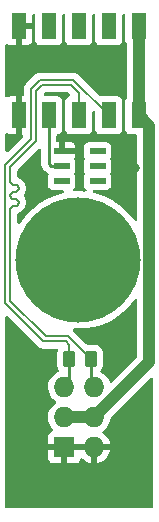
<source format=gtl>
G04 #@! TF.GenerationSoftware,KiCad,Pcbnew,(6.0.5)*
G04 #@! TF.CreationDate,2022-06-02T14:12:23-07:00*
G04 #@! TF.ProjectId,feederFloor,66656564-6572-4466-9c6f-6f722e6b6963,rev?*
G04 #@! TF.SameCoordinates,Original*
G04 #@! TF.FileFunction,Copper,L1,Top*
G04 #@! TF.FilePolarity,Positive*
%FSLAX46Y46*%
G04 Gerber Fmt 4.6, Leading zero omitted, Abs format (unit mm)*
G04 Created by KiCad (PCBNEW (6.0.5)) date 2022-06-02 14:12:23*
%MOMM*%
%LPD*%
G01*
G04 APERTURE LIST*
G04 Aperture macros list*
%AMRoundRect*
0 Rectangle with rounded corners*
0 $1 Rounding radius*
0 $2 $3 $4 $5 $6 $7 $8 $9 X,Y pos of 4 corners*
0 Add a 4 corners polygon primitive as box body*
4,1,4,$2,$3,$4,$5,$6,$7,$8,$9,$2,$3,0*
0 Add four circle primitives for the rounded corners*
1,1,$1+$1,$2,$3*
1,1,$1+$1,$4,$5*
1,1,$1+$1,$6,$7*
1,1,$1+$1,$8,$9*
0 Add four rect primitives between the rounded corners*
20,1,$1+$1,$2,$3,$4,$5,0*
20,1,$1+$1,$4,$5,$6,$7,0*
20,1,$1+$1,$6,$7,$8,$9,0*
20,1,$1+$1,$8,$9,$2,$3,0*%
G04 Aperture macros list end*
G04 #@! TA.AperFunction,SMDPad,CuDef*
%ADD10R,1.270000X2.250000*%
G04 #@! TD*
G04 #@! TA.AperFunction,SMDPad,CuDef*
%ADD11RoundRect,0.250000X0.262500X0.450000X-0.262500X0.450000X-0.262500X-0.450000X0.262500X-0.450000X0*%
G04 #@! TD*
G04 #@! TA.AperFunction,SMDPad,CuDef*
%ADD12R,1.330000X0.530000*%
G04 #@! TD*
G04 #@! TA.AperFunction,ComponentPad*
%ADD13C,5.700000*%
G04 #@! TD*
G04 #@! TA.AperFunction,ConnectorPad*
%ADD14C,10.600000*%
G04 #@! TD*
G04 #@! TA.AperFunction,ComponentPad*
%ADD15R,1.727200X1.727200*%
G04 #@! TD*
G04 #@! TA.AperFunction,ComponentPad*
%ADD16O,1.727200X1.727200*%
G04 #@! TD*
G04 #@! TA.AperFunction,ViaPad*
%ADD17C,0.800000*%
G04 #@! TD*
G04 #@! TA.AperFunction,Conductor*
%ADD18C,0.250000*%
G04 #@! TD*
G04 #@! TA.AperFunction,Conductor*
%ADD19C,1.000000*%
G04 #@! TD*
G04 #@! TA.AperFunction,Conductor*
%ADD20C,0.200000*%
G04 #@! TD*
G04 APERTURE END LIST*
D10*
X186650000Y-29100000D03*
X189190000Y-29100000D03*
X191730000Y-29100000D03*
X194270000Y-29100000D03*
X196810000Y-29100000D03*
X196810000Y-21550000D03*
X194270000Y-21550000D03*
X191730000Y-21550000D03*
X189190000Y-21543500D03*
X186650000Y-21543500D03*
D11*
X192742500Y-49740000D03*
X190917500Y-49740000D03*
D12*
X190265000Y-32130000D03*
X190265000Y-33400000D03*
X190265000Y-34670000D03*
X193315000Y-34670000D03*
X193315000Y-33400000D03*
X193315000Y-32130000D03*
D13*
X191700000Y-41350000D03*
D14*
X191700000Y-41350000D03*
D15*
X190500000Y-57200000D03*
D16*
X193040000Y-57200000D03*
X190500000Y-54660000D03*
X193040000Y-54660000D03*
X190500000Y-52120000D03*
X193040000Y-52120000D03*
D17*
X195020000Y-49560000D03*
X187230000Y-33560000D03*
X186580000Y-24180000D03*
X196510000Y-33560000D03*
D18*
X189190000Y-33240000D02*
X189190000Y-29100000D01*
X189350000Y-33400000D02*
X189190000Y-33240000D01*
X190265000Y-33400000D02*
X189350000Y-33400000D01*
D19*
X190500000Y-54660000D02*
X193040000Y-54660000D01*
X197700001Y-29990001D02*
X196810000Y-29100000D01*
X196810000Y-29100000D02*
X196810000Y-21550000D01*
X193040000Y-54660000D02*
X197700001Y-49999999D01*
X197700001Y-49999999D02*
X197700001Y-29990001D01*
D18*
X190917500Y-51702500D02*
X190500000Y-52120000D01*
D20*
X190621103Y-48255000D02*
X190917500Y-48551397D01*
X191275000Y-26105000D02*
X188426800Y-26105000D01*
X185475000Y-45003200D02*
X188726800Y-48255000D01*
X188426800Y-26105000D02*
X187685000Y-26846800D01*
X190917500Y-48551397D02*
X190917500Y-49740000D01*
X188726800Y-48255000D02*
X190621103Y-48255000D01*
D18*
X190917500Y-49740000D02*
X190917500Y-51702500D01*
D20*
X194270000Y-29100000D02*
X191275000Y-26105000D01*
X185475000Y-33296800D02*
X185475000Y-45003200D01*
X187685000Y-31086800D02*
X185475000Y-33296800D01*
X187685000Y-26846800D02*
X187685000Y-31086800D01*
X186461507Y-35014709D02*
X186398098Y-34992521D01*
X186398098Y-35577478D02*
X186461507Y-35555290D01*
X186158243Y-35592521D02*
X186225000Y-35585000D01*
D18*
X192742500Y-49740000D02*
X192742500Y-51822500D01*
D20*
X186565891Y-35472046D02*
X186601632Y-35415165D01*
X186631342Y-35285000D02*
X186623820Y-35218243D01*
X186158243Y-34977478D02*
X186094834Y-34955290D01*
X186565891Y-36672046D02*
X186601632Y-36615165D01*
X185932521Y-35818243D02*
X185954709Y-35754834D01*
X186331342Y-36185000D02*
X186225000Y-36185000D01*
X186565891Y-36297953D02*
X186518388Y-36250450D01*
X191088603Y-26555000D02*
X191730000Y-27196397D01*
X185925000Y-35885000D02*
X185932521Y-35818243D01*
X185925000Y-44816800D02*
X185925000Y-37085000D01*
X186225000Y-35585000D02*
X186331342Y-35585000D01*
X186461507Y-36755290D02*
X186518388Y-36719549D01*
X185990450Y-35697953D02*
X186037953Y-35650450D01*
X185932521Y-35951756D02*
X185925000Y-35885000D01*
X186601632Y-36615165D02*
X186623820Y-36551756D01*
X185932521Y-37018243D02*
X185954709Y-36954834D01*
X186037953Y-36119549D02*
X185990450Y-36072046D01*
X186037953Y-36850450D02*
X186094834Y-36814709D01*
X186225000Y-34985000D02*
X186158243Y-34977478D01*
X186331342Y-35585000D02*
X186398098Y-35577478D01*
X186631342Y-36485000D02*
X186623820Y-36418243D01*
X186623820Y-35351756D02*
X186631342Y-35285000D01*
X185954709Y-36015165D02*
X185932521Y-35951756D01*
X185925000Y-34685000D02*
X185925000Y-33483200D01*
X186094834Y-35614709D02*
X186158243Y-35592521D01*
X191730000Y-27196397D02*
X191730000Y-29100000D01*
X190807500Y-47805000D02*
X188913200Y-47805000D01*
X185954709Y-34815165D02*
X185932521Y-34751756D01*
X186094834Y-34955290D02*
X186037953Y-34919549D01*
X186623820Y-36418243D02*
X186601632Y-36354834D01*
D18*
X192742500Y-51822500D02*
X193040000Y-52120000D01*
D20*
X186037953Y-34919549D02*
X185990450Y-34872046D01*
X185990450Y-36897953D02*
X186037953Y-36850450D01*
X186461507Y-36214709D02*
X186398098Y-36192521D01*
X186601632Y-36354834D02*
X186565891Y-36297953D01*
X186037953Y-35650450D02*
X186094834Y-35614709D01*
X186158243Y-36792521D02*
X186225000Y-36785000D01*
X188613200Y-26555000D02*
X191088603Y-26555000D01*
X186398098Y-34992521D02*
X186331342Y-34985000D01*
X186623820Y-35218243D02*
X186601632Y-35154834D01*
X188135000Y-31273200D02*
X188135000Y-27033200D01*
X186398098Y-36192521D02*
X186331342Y-36185000D01*
X186158243Y-36177478D02*
X186094834Y-36155290D01*
X185990450Y-36072046D02*
X185954709Y-36015165D01*
X186398098Y-36777478D02*
X186461507Y-36755290D01*
X186461507Y-35555290D02*
X186518388Y-35519549D01*
X185925000Y-33483200D02*
X188135000Y-31273200D01*
X185954709Y-36954834D02*
X185990450Y-36897953D01*
X186601632Y-35154834D02*
X186565891Y-35097953D01*
X186565891Y-35097953D02*
X186518388Y-35050450D01*
X185954709Y-35754834D02*
X185990450Y-35697953D01*
X188135000Y-27033200D02*
X188613200Y-26555000D01*
X185932521Y-34751756D02*
X185925000Y-34685000D01*
X186518388Y-36719549D02*
X186565891Y-36672046D01*
X186518388Y-36250450D02*
X186461507Y-36214709D01*
X186601632Y-35415165D02*
X186623820Y-35351756D01*
X186225000Y-36785000D02*
X186331342Y-36785000D01*
X186518388Y-35519549D02*
X186565891Y-35472046D01*
X192742500Y-49740000D02*
X190807500Y-47805000D01*
X186094834Y-36814709D02*
X186158243Y-36792521D01*
X186225000Y-36185000D02*
X186158243Y-36177478D01*
X188913200Y-47805000D02*
X185925000Y-44816800D01*
X185990450Y-34872046D02*
X185954709Y-34815165D01*
X186331342Y-36785000D02*
X186398098Y-36777478D01*
X185925000Y-37085000D02*
X185932521Y-37018243D01*
X186623820Y-36551756D02*
X186631342Y-36485000D01*
X186518388Y-35050450D02*
X186461507Y-35014709D01*
X186331342Y-34985000D02*
X186225000Y-34985000D01*
X186094834Y-36155290D02*
X186037953Y-36119549D01*
G04 #@! TA.AperFunction,Conductor*
G36*
X185717012Y-46106215D02*
G01*
X185723595Y-46112344D01*
X188262485Y-48651234D01*
X188273352Y-48663625D01*
X188292813Y-48688987D01*
X188299363Y-48694013D01*
X188324721Y-48713471D01*
X188324737Y-48713485D01*
X188374105Y-48751366D01*
X188419924Y-48786524D01*
X188567949Y-48847838D01*
X188726800Y-48868751D01*
X188758499Y-48864578D01*
X188774944Y-48863500D01*
X189822759Y-48863500D01*
X189890880Y-48883502D01*
X189937373Y-48937158D01*
X189947477Y-49007432D01*
X189942352Y-49029167D01*
X189907203Y-49135139D01*
X189896500Y-49239600D01*
X189896500Y-50240400D01*
X189907474Y-50346166D01*
X189963450Y-50513946D01*
X190004991Y-50581075D01*
X190052997Y-50658652D01*
X190071835Y-50727104D01*
X190050674Y-50794874D01*
X189996233Y-50840445D01*
X189984999Y-50844720D01*
X189971381Y-50849171D01*
X189971379Y-50849172D01*
X189966468Y-50850777D01*
X189766335Y-50954960D01*
X189762202Y-50958063D01*
X189762199Y-50958065D01*
X189737734Y-50976434D01*
X189585905Y-51090430D01*
X189430024Y-51253550D01*
X189302878Y-51439940D01*
X189300704Y-51444624D01*
X189300702Y-51444627D01*
X189229402Y-51598231D01*
X189207881Y-51644593D01*
X189147585Y-51862013D01*
X189123609Y-52086362D01*
X189136597Y-52311614D01*
X189137734Y-52316660D01*
X189137735Y-52316666D01*
X189169095Y-52455821D01*
X189186200Y-52531720D01*
X189271086Y-52740769D01*
X189388975Y-52933147D01*
X189536702Y-53103687D01*
X189710299Y-53247810D01*
X189714751Y-53250412D01*
X189714756Y-53250415D01*
X189764069Y-53279231D01*
X189812792Y-53330870D01*
X189825863Y-53400653D01*
X189799131Y-53466425D01*
X189768595Y-53493783D01*
X189766335Y-53494960D01*
X189676884Y-53562121D01*
X189591459Y-53626260D01*
X189585905Y-53630430D01*
X189430024Y-53793550D01*
X189302878Y-53979940D01*
X189207881Y-54184593D01*
X189147585Y-54402013D01*
X189123609Y-54626362D01*
X189123906Y-54631514D01*
X189123906Y-54631518D01*
X189130797Y-54751028D01*
X189136597Y-54851614D01*
X189137734Y-54856660D01*
X189137735Y-54856666D01*
X189158984Y-54950952D01*
X189186200Y-55071720D01*
X189188142Y-55076502D01*
X189188143Y-55076506D01*
X189224822Y-55166835D01*
X189271086Y-55280769D01*
X189388975Y-55473147D01*
X189534413Y-55641045D01*
X189534414Y-55641046D01*
X189536702Y-55643687D01*
X189536157Y-55644159D01*
X189568850Y-55702576D01*
X189564525Y-55773440D01*
X189522573Y-55830717D01*
X189490246Y-55848624D01*
X189398346Y-55883076D01*
X189382751Y-55891614D01*
X189280676Y-55968115D01*
X189268115Y-55980676D01*
X189191614Y-56082751D01*
X189183076Y-56098346D01*
X189137922Y-56218794D01*
X189134295Y-56234049D01*
X189128769Y-56284914D01*
X189128400Y-56291728D01*
X189128400Y-56927885D01*
X189132875Y-56943124D01*
X189134265Y-56944329D01*
X189141948Y-56946000D01*
X194372367Y-56946000D01*
X194385898Y-56942027D01*
X194387203Y-56932947D01*
X194344133Y-56761477D01*
X194340813Y-56751726D01*
X194254999Y-56554365D01*
X194250133Y-56545290D01*
X194133239Y-56364601D01*
X194126947Y-56356430D01*
X193982113Y-56197260D01*
X193974580Y-56190234D01*
X193805691Y-56056855D01*
X193797104Y-56051150D01*
X193778082Y-56040649D01*
X193728111Y-55990216D01*
X193713340Y-55920773D01*
X193738457Y-55854368D01*
X193765801Y-55827768D01*
X193928667Y-55711596D01*
X194088487Y-55552333D01*
X194220150Y-55369105D01*
X194320118Y-55166835D01*
X194385708Y-54950952D01*
X194412029Y-54751027D01*
X194440750Y-54686101D01*
X194447855Y-54678379D01*
X197776405Y-51349829D01*
X197838717Y-51315803D01*
X197909532Y-51320868D01*
X197966368Y-51363415D01*
X197991179Y-51429935D01*
X197991500Y-51438924D01*
X197991500Y-62265500D01*
X197971498Y-62333621D01*
X197917842Y-62380114D01*
X197865500Y-62391500D01*
X185634500Y-62391500D01*
X185566379Y-62371498D01*
X185519886Y-62317842D01*
X185508500Y-62265500D01*
X185508500Y-58108269D01*
X189128401Y-58108269D01*
X189128771Y-58115090D01*
X189134295Y-58165952D01*
X189137921Y-58181204D01*
X189183076Y-58301654D01*
X189191614Y-58317249D01*
X189268115Y-58419324D01*
X189280676Y-58431885D01*
X189382751Y-58508386D01*
X189398346Y-58516924D01*
X189518794Y-58562078D01*
X189534049Y-58565705D01*
X189584914Y-58571231D01*
X189591728Y-58571600D01*
X190227885Y-58571600D01*
X190243124Y-58567125D01*
X190244329Y-58565735D01*
X190246000Y-58558052D01*
X190246000Y-58553484D01*
X190754000Y-58553484D01*
X190758475Y-58568723D01*
X190759865Y-58569928D01*
X190767548Y-58571599D01*
X191408269Y-58571599D01*
X191415090Y-58571229D01*
X191465952Y-58565705D01*
X191481204Y-58562079D01*
X191601654Y-58516924D01*
X191617249Y-58508386D01*
X191719324Y-58431885D01*
X191731885Y-58419324D01*
X191808386Y-58317249D01*
X191816924Y-58301654D01*
X191852041Y-58207981D01*
X191894683Y-58151217D01*
X191961245Y-58126517D01*
X192030593Y-58141725D01*
X192065263Y-58169716D01*
X192073674Y-58179427D01*
X192081032Y-58186633D01*
X192246606Y-58324095D01*
X192255053Y-58330010D01*
X192440859Y-58438586D01*
X192450146Y-58443036D01*
X192651198Y-58519810D01*
X192661091Y-58522684D01*
X192768248Y-58544485D01*
X192782300Y-58543290D01*
X192786000Y-58532945D01*
X192786000Y-58532229D01*
X193294000Y-58532229D01*
X193298064Y-58546071D01*
X193311479Y-58548105D01*
X193321025Y-58546882D01*
X193331095Y-58544742D01*
X193537225Y-58482900D01*
X193546832Y-58479134D01*
X193740076Y-58384464D01*
X193748934Y-58379185D01*
X193924141Y-58254211D01*
X193932003Y-58247567D01*
X194084445Y-58095656D01*
X194091122Y-58087811D01*
X194216702Y-57913047D01*
X194222013Y-57904208D01*
X194317358Y-57711292D01*
X194321156Y-57701699D01*
X194383716Y-57495791D01*
X194385893Y-57485721D01*
X194387705Y-57471960D01*
X194385493Y-57457778D01*
X194372336Y-57454000D01*
X193312115Y-57454000D01*
X193296876Y-57458475D01*
X193295671Y-57459865D01*
X193294000Y-57467548D01*
X193294000Y-58532229D01*
X192786000Y-58532229D01*
X192786000Y-57472115D01*
X192781525Y-57456876D01*
X192780135Y-57455671D01*
X192772452Y-57454000D01*
X190772115Y-57454000D01*
X190756876Y-57458475D01*
X190755671Y-57459865D01*
X190754000Y-57467548D01*
X190754000Y-58553484D01*
X190246000Y-58553484D01*
X190246000Y-57472115D01*
X190241525Y-57456876D01*
X190240135Y-57455671D01*
X190232452Y-57454000D01*
X189146516Y-57454000D01*
X189131277Y-57458475D01*
X189130072Y-57459865D01*
X189128401Y-57467548D01*
X189128401Y-58108269D01*
X185508500Y-58108269D01*
X185508500Y-46201439D01*
X185528502Y-46133318D01*
X185582158Y-46086825D01*
X185652432Y-46076721D01*
X185717012Y-46106215D01*
G37*
G04 #@! TD.AperFunction*
G04 #@! TA.AperFunction,Conductor*
G36*
X196649043Y-44657735D02*
G01*
X196686776Y-44717874D01*
X196691501Y-44752057D01*
X196691501Y-49530075D01*
X196671499Y-49598196D01*
X196654596Y-49619170D01*
X194550690Y-51723076D01*
X194488378Y-51757102D01*
X194417563Y-51752037D01*
X194360727Y-51709490D01*
X194343465Y-51676766D01*
X194343349Y-51676304D01*
X194253380Y-51469391D01*
X194205282Y-51395043D01*
X194133634Y-51284291D01*
X194133632Y-51284288D01*
X194130826Y-51279951D01*
X193978977Y-51113071D01*
X193974926Y-51109872D01*
X193974922Y-51109868D01*
X193805966Y-50976434D01*
X193805962Y-50976432D01*
X193801911Y-50973232D01*
X193621560Y-50873673D01*
X193571590Y-50823241D01*
X193556818Y-50753798D01*
X193581934Y-50687393D01*
X193593278Y-50674350D01*
X193599132Y-50668485D01*
X193604305Y-50663303D01*
X193697115Y-50512738D01*
X193752797Y-50344861D01*
X193763500Y-50240400D01*
X193763500Y-49239600D01*
X193752526Y-49133834D01*
X193696550Y-48966054D01*
X193603478Y-48815652D01*
X193478303Y-48690695D01*
X193327738Y-48597885D01*
X193247995Y-48571436D01*
X193166389Y-48544368D01*
X193166387Y-48544368D01*
X193159861Y-48542203D01*
X193153025Y-48541503D01*
X193153022Y-48541502D01*
X193109969Y-48537091D01*
X193055400Y-48531500D01*
X192446739Y-48531500D01*
X192378618Y-48511498D01*
X192357644Y-48494595D01*
X191271815Y-47408766D01*
X191260948Y-47396375D01*
X191246513Y-47377563D01*
X191241487Y-47371013D01*
X191234937Y-47365987D01*
X191231001Y-47362051D01*
X191196975Y-47299739D01*
X191202040Y-47228924D01*
X191244587Y-47172088D01*
X191311107Y-47147277D01*
X191329872Y-47147336D01*
X191484399Y-47159362D01*
X191484407Y-47159362D01*
X191486973Y-47159562D01*
X191489544Y-47159551D01*
X191489550Y-47159551D01*
X191723293Y-47158530D01*
X191963716Y-47157481D01*
X192438686Y-47116345D01*
X192441236Y-47115911D01*
X192441247Y-47115910D01*
X192906148Y-47036860D01*
X192906151Y-47036859D01*
X192908688Y-47036428D01*
X193317619Y-46931813D01*
X193368056Y-46918910D01*
X193368060Y-46918909D01*
X193370561Y-46918269D01*
X193821199Y-46762661D01*
X193823556Y-46761624D01*
X193823566Y-46761620D01*
X194068580Y-46653811D01*
X194257571Y-46570653D01*
X194259844Y-46569422D01*
X194259849Y-46569419D01*
X194674458Y-46344773D01*
X194674465Y-46344769D01*
X194676744Y-46343534D01*
X194751482Y-46294720D01*
X195073722Y-46084254D01*
X195073729Y-46084249D01*
X195075897Y-46082833D01*
X195083762Y-46076721D01*
X195450299Y-45791893D01*
X195450304Y-45791889D01*
X195452346Y-45790302D01*
X195764720Y-45503563D01*
X195801653Y-45469661D01*
X195801659Y-45469655D01*
X195803560Y-45467910D01*
X195805309Y-45466018D01*
X195805315Y-45466012D01*
X196125427Y-45119716D01*
X196127177Y-45117823D01*
X196421020Y-44742397D01*
X196460250Y-44682788D01*
X196514407Y-44636881D01*
X196584787Y-44627542D01*
X196649043Y-44657735D01*
G37*
G04 #@! TD.AperFunction*
G04 #@! TA.AperFunction,Conductor*
G36*
X188474532Y-31898383D02*
G01*
X188531368Y-31940930D01*
X188556179Y-32007450D01*
X188556500Y-32016439D01*
X188556500Y-33161233D01*
X188555973Y-33172416D01*
X188554298Y-33179909D01*
X188554547Y-33187835D01*
X188554547Y-33187836D01*
X188556438Y-33247986D01*
X188556500Y-33251945D01*
X188556500Y-33279856D01*
X188556997Y-33283790D01*
X188556997Y-33283791D01*
X188557005Y-33283856D01*
X188557938Y-33295693D01*
X188559327Y-33339889D01*
X188564978Y-33359339D01*
X188568987Y-33378700D01*
X188571526Y-33398797D01*
X188574445Y-33406168D01*
X188574445Y-33406170D01*
X188587804Y-33439912D01*
X188591649Y-33451142D01*
X188603982Y-33493593D01*
X188608015Y-33500412D01*
X188608017Y-33500417D01*
X188614293Y-33511028D01*
X188622988Y-33528776D01*
X188630448Y-33547617D01*
X188635110Y-33554033D01*
X188635110Y-33554034D01*
X188656436Y-33583387D01*
X188662952Y-33593307D01*
X188685458Y-33631362D01*
X188699779Y-33645683D01*
X188712619Y-33660716D01*
X188724528Y-33677107D01*
X188730634Y-33682158D01*
X188758605Y-33705298D01*
X188767384Y-33713288D01*
X188846343Y-33792247D01*
X188853887Y-33800537D01*
X188858000Y-33807018D01*
X188863777Y-33812443D01*
X188907667Y-33853658D01*
X188910509Y-33856413D01*
X188930230Y-33876134D01*
X188933425Y-33878612D01*
X188942447Y-33886318D01*
X188974679Y-33916586D01*
X188981628Y-33920406D01*
X188992432Y-33926346D01*
X189008956Y-33937199D01*
X189024959Y-33949613D01*
X189065543Y-33967176D01*
X189076181Y-33972387D01*
X189080346Y-33974677D01*
X189101576Y-33986348D01*
X189151635Y-34036693D01*
X189166529Y-34106110D01*
X189152206Y-34154531D01*
X189149385Y-34158295D01*
X189098255Y-34294684D01*
X189091500Y-34356866D01*
X189091500Y-34983134D01*
X189098255Y-35045316D01*
X189149385Y-35181705D01*
X189236739Y-35298261D01*
X189353295Y-35385615D01*
X189489684Y-35436745D01*
X189551866Y-35443500D01*
X190336973Y-35443500D01*
X190405094Y-35463502D01*
X190451587Y-35517158D01*
X190461691Y-35587432D01*
X190432197Y-35652012D01*
X190372471Y-35690396D01*
X190361126Y-35693164D01*
X190352741Y-35694801D01*
X190350263Y-35695500D01*
X190350254Y-35695502D01*
X189909193Y-35819894D01*
X189893893Y-35824209D01*
X189891466Y-35825114D01*
X189449606Y-35989879D01*
X189449596Y-35989883D01*
X189447191Y-35990780D01*
X189229706Y-36092889D01*
X189017965Y-36192301D01*
X189017957Y-36192305D01*
X189015640Y-36193393D01*
X188855836Y-36285099D01*
X188604370Y-36429406D01*
X188604362Y-36429411D01*
X188602142Y-36430685D01*
X188294651Y-36642412D01*
X188226298Y-36689478D01*
X188209477Y-36701060D01*
X188207478Y-36702693D01*
X188207473Y-36702697D01*
X187891445Y-36960904D01*
X187840288Y-37002701D01*
X187497055Y-37333579D01*
X187182088Y-37691467D01*
X187081106Y-37827193D01*
X186899059Y-38071872D01*
X186899053Y-38071880D01*
X186897506Y-38073960D01*
X186784836Y-38254621D01*
X186766412Y-38284163D01*
X186713392Y-38331379D01*
X186643262Y-38342435D01*
X186578287Y-38313821D01*
X186539097Y-38254621D01*
X186533500Y-38217486D01*
X186533500Y-37468412D01*
X186553502Y-37400291D01*
X186613468Y-37351121D01*
X186614309Y-37350791D01*
X186622329Y-37348802D01*
X186629128Y-37345044D01*
X186634760Y-37343074D01*
X186642416Y-37341773D01*
X186649921Y-37338330D01*
X186649928Y-37338328D01*
X186684008Y-37322694D01*
X186694929Y-37318289D01*
X186700130Y-37316469D01*
X186723463Y-37304690D01*
X186727700Y-37302650D01*
X186747723Y-37293464D01*
X186751479Y-37291741D01*
X186756161Y-37288799D01*
X186766412Y-37283008D01*
X186807247Y-37262394D01*
X186813035Y-37257221D01*
X186818095Y-37254043D01*
X186825264Y-37251073D01*
X186831806Y-37246053D01*
X186831815Y-37246048D01*
X186861564Y-37223220D01*
X186871230Y-37216496D01*
X186872410Y-37215754D01*
X186872411Y-37215753D01*
X186875903Y-37213559D01*
X186896049Y-37196868D01*
X186899724Y-37193938D01*
X186917191Y-37180535D01*
X186917196Y-37180531D01*
X186920460Y-37178026D01*
X186924362Y-37174124D01*
X186933069Y-37166195D01*
X186961942Y-37142273D01*
X186961943Y-37142271D01*
X186968301Y-37137004D01*
X186972792Y-37130674D01*
X186977016Y-37126450D01*
X186983346Y-37121959D01*
X187012537Y-37086727D01*
X187020466Y-37078020D01*
X187024368Y-37074118D01*
X187040276Y-37053386D01*
X187043215Y-37049700D01*
X187057273Y-37032733D01*
X187057274Y-37032732D01*
X187059901Y-37029561D01*
X187062842Y-37024881D01*
X187069558Y-37015225D01*
X187097414Y-36978922D01*
X187100383Y-36971754D01*
X187103565Y-36966691D01*
X187108736Y-36960904D01*
X187129361Y-36920050D01*
X187135136Y-36909827D01*
X187138083Y-36905137D01*
X187139804Y-36901386D01*
X187139808Y-36901378D01*
X187148991Y-36881359D01*
X187151037Y-36877110D01*
X187160951Y-36857472D01*
X187162811Y-36853788D01*
X187164632Y-36848585D01*
X187169036Y-36837666D01*
X187184669Y-36803588D01*
X187184671Y-36803582D01*
X187188115Y-36796074D01*
X187189416Y-36788417D01*
X187191389Y-36782779D01*
X187195143Y-36775987D01*
X187206156Y-36731583D01*
X187209521Y-36720300D01*
X187211346Y-36715086D01*
X187214273Y-36701060D01*
X187216689Y-36689478D01*
X187217739Y-36684881D01*
X187223033Y-36663536D01*
X187223033Y-36663535D01*
X187224028Y-36659524D01*
X187224489Y-36655431D01*
X187224492Y-36655415D01*
X187224647Y-36654036D01*
X187226510Y-36642412D01*
X187234168Y-36605708D01*
X187235855Y-36597624D01*
X187235420Y-36589868D01*
X187236089Y-36583933D01*
X187238238Y-36576471D01*
X187239093Y-36530732D01*
X187239862Y-36518990D01*
X187240481Y-36513500D01*
X187239992Y-36487354D01*
X187239992Y-36482645D01*
X187240404Y-36460625D01*
X187240404Y-36460623D01*
X187240481Y-36456501D01*
X187239862Y-36451011D01*
X187239093Y-36439269D01*
X187238392Y-36401783D01*
X187238238Y-36393530D01*
X187236089Y-36386070D01*
X187235420Y-36380130D01*
X187235855Y-36372375D01*
X187226510Y-36327585D01*
X187224646Y-36315959D01*
X187224490Y-36314576D01*
X187224028Y-36310476D01*
X187217734Y-36285099D01*
X187216685Y-36280502D01*
X187212188Y-36258948D01*
X187212188Y-36258946D01*
X187211346Y-36254913D01*
X187209523Y-36249703D01*
X187206156Y-36238415D01*
X187197132Y-36202029D01*
X187195144Y-36194013D01*
X187191388Y-36187218D01*
X187189416Y-36181584D01*
X187188115Y-36173925D01*
X187184668Y-36166410D01*
X187169036Y-36132333D01*
X187164631Y-36121412D01*
X187164173Y-36120104D01*
X187162811Y-36116211D01*
X187151033Y-36092880D01*
X187148991Y-36088640D01*
X187139808Y-36068621D01*
X187139804Y-36068613D01*
X187138083Y-36064862D01*
X187135136Y-36060172D01*
X187129361Y-36049949D01*
X187108736Y-36009095D01*
X187103565Y-36003308D01*
X187100383Y-35998245D01*
X187097414Y-35991077D01*
X187074874Y-35961702D01*
X187049274Y-35895481D01*
X187063539Y-35825933D01*
X187074870Y-35808302D01*
X187097414Y-35778922D01*
X187100383Y-35771754D01*
X187103565Y-35766691D01*
X187108736Y-35760904D01*
X187129361Y-35720050D01*
X187135136Y-35709827D01*
X187138083Y-35705137D01*
X187139804Y-35701386D01*
X187139808Y-35701378D01*
X187148991Y-35681359D01*
X187151037Y-35677110D01*
X187160524Y-35658319D01*
X187162811Y-35653788D01*
X187164632Y-35648585D01*
X187169036Y-35637666D01*
X187184669Y-35603588D01*
X187184671Y-35603582D01*
X187188115Y-35596074D01*
X187189416Y-35588417D01*
X187191389Y-35582779D01*
X187195143Y-35575987D01*
X187206156Y-35531583D01*
X187209521Y-35520300D01*
X187211346Y-35515086D01*
X187216689Y-35489478D01*
X187217739Y-35484881D01*
X187223033Y-35463536D01*
X187223033Y-35463535D01*
X187224028Y-35459524D01*
X187224489Y-35455431D01*
X187224492Y-35455415D01*
X187224647Y-35454036D01*
X187226510Y-35442412D01*
X187230631Y-35422662D01*
X187235855Y-35397624D01*
X187235420Y-35389868D01*
X187236089Y-35383933D01*
X187238238Y-35376471D01*
X187239093Y-35330732D01*
X187239862Y-35318990D01*
X187240481Y-35313500D01*
X187239992Y-35287353D01*
X187239992Y-35282644D01*
X187240404Y-35260625D01*
X187240404Y-35260623D01*
X187240481Y-35256501D01*
X187239862Y-35251011D01*
X187239093Y-35239269D01*
X187238392Y-35201783D01*
X187238238Y-35193530D01*
X187236089Y-35186070D01*
X187235420Y-35180130D01*
X187235855Y-35172375D01*
X187226510Y-35127585D01*
X187224646Y-35115959D01*
X187224490Y-35114576D01*
X187224028Y-35110476D01*
X187217734Y-35085099D01*
X187216685Y-35080502D01*
X187212188Y-35058948D01*
X187212188Y-35058946D01*
X187211346Y-35054913D01*
X187209523Y-35049703D01*
X187206156Y-35038415D01*
X187197132Y-35002029D01*
X187195144Y-34994013D01*
X187191388Y-34987218D01*
X187189416Y-34981584D01*
X187188115Y-34973925D01*
X187184668Y-34966410D01*
X187169036Y-34932333D01*
X187164631Y-34921412D01*
X187164173Y-34920104D01*
X187162811Y-34916211D01*
X187151033Y-34892880D01*
X187148991Y-34888640D01*
X187139808Y-34868621D01*
X187139804Y-34868613D01*
X187138083Y-34864862D01*
X187135136Y-34860172D01*
X187129361Y-34849949D01*
X187108736Y-34809095D01*
X187103565Y-34803308D01*
X187100383Y-34798245D01*
X187097414Y-34791077D01*
X187069558Y-34754774D01*
X187062842Y-34745118D01*
X187062096Y-34743931D01*
X187062094Y-34743928D01*
X187059901Y-34740438D01*
X187043215Y-34720299D01*
X187040276Y-34716613D01*
X187026884Y-34699160D01*
X187024368Y-34695881D01*
X187020466Y-34691979D01*
X187012537Y-34683272D01*
X186988615Y-34654399D01*
X186988613Y-34654398D01*
X186983346Y-34648040D01*
X186977016Y-34643549D01*
X186972792Y-34639325D01*
X186968301Y-34632995D01*
X186933069Y-34603804D01*
X186924362Y-34595875D01*
X186920460Y-34591973D01*
X186917196Y-34589468D01*
X186917191Y-34589464D01*
X186899724Y-34576061D01*
X186896040Y-34573124D01*
X186879075Y-34559068D01*
X186875903Y-34556440D01*
X186872410Y-34554245D01*
X186871230Y-34553503D01*
X186861564Y-34546779D01*
X186831815Y-34523951D01*
X186831806Y-34523946D01*
X186825264Y-34518926D01*
X186818095Y-34515956D01*
X186813035Y-34512778D01*
X186807247Y-34507605D01*
X186766410Y-34486990D01*
X186756161Y-34481200D01*
X186754970Y-34480452D01*
X186751479Y-34478258D01*
X186747723Y-34476535D01*
X186727700Y-34467349D01*
X186723454Y-34465305D01*
X186700130Y-34453530D01*
X186694927Y-34451709D01*
X186684008Y-34447305D01*
X186649926Y-34431670D01*
X186649919Y-34431668D01*
X186642416Y-34428226D01*
X186634765Y-34426926D01*
X186629118Y-34424951D01*
X186622321Y-34421194D01*
X186614305Y-34419206D01*
X186613469Y-34418878D01*
X186557364Y-34375372D01*
X186533500Y-34301587D01*
X186533500Y-33787439D01*
X186553502Y-33719318D01*
X186570405Y-33698344D01*
X188341405Y-31927344D01*
X188403717Y-31893318D01*
X188474532Y-31898383D01*
G37*
G04 #@! TD.AperFunction*
G04 #@! TA.AperFunction,Conductor*
G36*
X187988621Y-20528502D02*
G01*
X188035114Y-20582158D01*
X188046500Y-20634500D01*
X188046500Y-22716634D01*
X188053255Y-22778816D01*
X188104385Y-22915205D01*
X188191739Y-23031761D01*
X188308295Y-23119115D01*
X188444684Y-23170245D01*
X188506866Y-23177000D01*
X189873134Y-23177000D01*
X189935316Y-23170245D01*
X190071705Y-23119115D01*
X190188261Y-23031761D01*
X190275615Y-22915205D01*
X190326745Y-22778816D01*
X190333500Y-22716634D01*
X190333500Y-20634500D01*
X190353502Y-20566379D01*
X190407158Y-20519886D01*
X190459500Y-20508500D01*
X190460500Y-20508500D01*
X190528621Y-20528502D01*
X190575114Y-20582158D01*
X190586500Y-20634500D01*
X190586500Y-22723134D01*
X190593255Y-22785316D01*
X190644385Y-22921705D01*
X190731739Y-23038261D01*
X190848295Y-23125615D01*
X190984684Y-23176745D01*
X191046866Y-23183500D01*
X192413134Y-23183500D01*
X192475316Y-23176745D01*
X192611705Y-23125615D01*
X192728261Y-23038261D01*
X192815615Y-22921705D01*
X192866745Y-22785316D01*
X192873500Y-22723134D01*
X192873500Y-20634500D01*
X192893502Y-20566379D01*
X192947158Y-20519886D01*
X192999500Y-20508500D01*
X193000500Y-20508500D01*
X193068621Y-20528502D01*
X193115114Y-20582158D01*
X193126500Y-20634500D01*
X193126500Y-22723134D01*
X193133255Y-22785316D01*
X193184385Y-22921705D01*
X193271739Y-23038261D01*
X193388295Y-23125615D01*
X193524684Y-23176745D01*
X193586866Y-23183500D01*
X194953134Y-23183500D01*
X195015316Y-23176745D01*
X195151705Y-23125615D01*
X195268261Y-23038261D01*
X195355615Y-22921705D01*
X195406745Y-22785316D01*
X195413500Y-22723134D01*
X195413500Y-20634500D01*
X195433502Y-20566379D01*
X195487158Y-20519886D01*
X195539500Y-20508500D01*
X195540500Y-20508500D01*
X195608621Y-20528502D01*
X195655114Y-20582158D01*
X195666500Y-20634500D01*
X195666500Y-22723134D01*
X195673255Y-22785316D01*
X195724385Y-22921705D01*
X195729770Y-22928890D01*
X195729771Y-22928892D01*
X195776326Y-22991010D01*
X195801174Y-23057517D01*
X195801500Y-23066575D01*
X195801500Y-27583425D01*
X195781498Y-27651546D01*
X195776326Y-27658990D01*
X195729771Y-27721108D01*
X195729770Y-27721110D01*
X195724385Y-27728295D01*
X195673255Y-27864684D01*
X195666500Y-27926866D01*
X195666500Y-30273134D01*
X195673255Y-30335316D01*
X195724385Y-30471705D01*
X195811739Y-30588261D01*
X195928295Y-30675615D01*
X196064684Y-30726745D01*
X196126866Y-30733500D01*
X196565501Y-30733500D01*
X196633622Y-30753502D01*
X196680115Y-30807158D01*
X196691501Y-30859500D01*
X196691501Y-37951883D01*
X196671499Y-38020004D01*
X196617843Y-38066497D01*
X196547569Y-38076601D01*
X196482989Y-38047107D01*
X196462604Y-38024603D01*
X196307451Y-37805067D01*
X196307449Y-37805064D01*
X196305949Y-37802942D01*
X195999820Y-37437465D01*
X195664774Y-37098300D01*
X195303064Y-36787729D01*
X194917123Y-36507841D01*
X194914918Y-36506503D01*
X194914912Y-36506499D01*
X194511763Y-36261862D01*
X194511757Y-36261859D01*
X194509546Y-36260517D01*
X194228536Y-36120104D01*
X194085396Y-36048581D01*
X194085391Y-36048579D01*
X194083074Y-36047421D01*
X193640575Y-35869986D01*
X193287097Y-35760904D01*
X193187485Y-35730164D01*
X193187482Y-35730163D01*
X193185025Y-35729405D01*
X193018035Y-35692537D01*
X192955828Y-35658319D01*
X192921996Y-35595902D01*
X192927280Y-35525102D01*
X192970002Y-35468399D01*
X193036599Y-35443794D01*
X193045199Y-35443500D01*
X194028134Y-35443500D01*
X194090316Y-35436745D01*
X194226705Y-35385615D01*
X194343261Y-35298261D01*
X194430615Y-35181705D01*
X194481745Y-35045316D01*
X194488500Y-34983134D01*
X194488500Y-34356866D01*
X194481745Y-34294684D01*
X194430615Y-34158295D01*
X194394842Y-34110563D01*
X194369995Y-34044059D01*
X194385048Y-33974677D01*
X194394837Y-33959444D01*
X194430615Y-33911705D01*
X194481745Y-33775316D01*
X194488500Y-33713134D01*
X194488500Y-33086866D01*
X194481745Y-33024684D01*
X194430615Y-32888295D01*
X194394842Y-32840563D01*
X194369995Y-32774059D01*
X194385048Y-32704677D01*
X194394837Y-32689444D01*
X194430615Y-32641705D01*
X194481745Y-32505316D01*
X194488500Y-32443134D01*
X194488500Y-31816866D01*
X194481745Y-31754684D01*
X194430615Y-31618295D01*
X194343261Y-31501739D01*
X194226705Y-31414385D01*
X194090316Y-31363255D01*
X194028134Y-31356500D01*
X192601866Y-31356500D01*
X192539684Y-31363255D01*
X192403295Y-31414385D01*
X192286739Y-31501739D01*
X192199385Y-31618295D01*
X192148255Y-31754684D01*
X192141500Y-31816866D01*
X192141500Y-32443134D01*
X192148255Y-32505316D01*
X192199385Y-32641705D01*
X192235158Y-32689437D01*
X192260005Y-32755941D01*
X192244952Y-32825323D01*
X192235163Y-32840556D01*
X192199385Y-32888295D01*
X192148255Y-33024684D01*
X192141500Y-33086866D01*
X192141500Y-33713134D01*
X192148255Y-33775316D01*
X192199385Y-33911705D01*
X192235158Y-33959437D01*
X192260005Y-34025941D01*
X192244952Y-34095323D01*
X192235163Y-34110556D01*
X192199385Y-34158295D01*
X192148255Y-34294684D01*
X192141500Y-34356866D01*
X192141500Y-34983134D01*
X192148255Y-35045316D01*
X192199385Y-35181705D01*
X192286739Y-35298261D01*
X192337733Y-35336479D01*
X192380246Y-35393336D01*
X192385272Y-35464154D01*
X192351212Y-35526448D01*
X192288881Y-35560438D01*
X192250307Y-35562744D01*
X192249655Y-35562682D01*
X192247095Y-35562334D01*
X192004067Y-35549385D01*
X191773602Y-35537105D01*
X191773592Y-35537105D01*
X191771023Y-35536968D01*
X191768449Y-35537042D01*
X191768438Y-35537042D01*
X191529661Y-35543920D01*
X191339963Y-35549385D01*
X191271296Y-35531352D01*
X191223277Y-35479058D01*
X191211154Y-35409104D01*
X191238775Y-35343701D01*
X191260771Y-35322611D01*
X191286080Y-35303643D01*
X191286081Y-35303642D01*
X191293261Y-35298261D01*
X191380615Y-35181705D01*
X191431745Y-35045316D01*
X191438500Y-34983134D01*
X191438500Y-34356866D01*
X191431745Y-34294684D01*
X191380615Y-34158295D01*
X191344842Y-34110563D01*
X191319995Y-34044059D01*
X191335048Y-33974677D01*
X191344837Y-33959444D01*
X191380615Y-33911705D01*
X191431745Y-33775316D01*
X191438500Y-33713134D01*
X191438500Y-33086866D01*
X191431745Y-33024684D01*
X191380615Y-32888295D01*
X191344531Y-32840148D01*
X191319683Y-32773641D01*
X191334736Y-32704259D01*
X191344531Y-32689018D01*
X191374786Y-32648649D01*
X191383324Y-32633054D01*
X191428478Y-32512606D01*
X191432105Y-32497351D01*
X191437631Y-32446486D01*
X191438000Y-32439672D01*
X191438000Y-32402115D01*
X191433525Y-32386876D01*
X191432135Y-32385671D01*
X191424452Y-32384000D01*
X190137000Y-32384000D01*
X190068879Y-32363998D01*
X190022386Y-32310342D01*
X190011000Y-32258000D01*
X190011000Y-31857885D01*
X190519000Y-31857885D01*
X190523475Y-31873124D01*
X190524865Y-31874329D01*
X190532548Y-31876000D01*
X191419884Y-31876000D01*
X191435123Y-31871525D01*
X191436328Y-31870135D01*
X191437999Y-31862452D01*
X191437999Y-31820331D01*
X191437629Y-31813510D01*
X191432105Y-31762648D01*
X191428479Y-31747396D01*
X191383324Y-31626946D01*
X191374786Y-31611351D01*
X191298285Y-31509276D01*
X191285724Y-31496715D01*
X191183649Y-31420214D01*
X191168054Y-31411676D01*
X191047606Y-31366522D01*
X191032351Y-31362895D01*
X190981486Y-31357369D01*
X190974672Y-31357000D01*
X190537115Y-31357000D01*
X190521876Y-31361475D01*
X190520671Y-31362865D01*
X190519000Y-31370548D01*
X190519000Y-31857885D01*
X190011000Y-31857885D01*
X190011000Y-31375116D01*
X190006525Y-31359877D01*
X190005135Y-31358672D01*
X189997452Y-31357001D01*
X189949500Y-31357001D01*
X189881379Y-31336999D01*
X189834886Y-31283343D01*
X189823500Y-31231001D01*
X189823500Y-30851871D01*
X189843502Y-30783750D01*
X189897158Y-30737257D01*
X189920354Y-30729288D01*
X189927459Y-30727598D01*
X189935316Y-30726745D01*
X190071705Y-30675615D01*
X190188261Y-30588261D01*
X190275615Y-30471705D01*
X190326745Y-30335316D01*
X190333500Y-30273134D01*
X190333500Y-27926866D01*
X190326745Y-27864684D01*
X190275615Y-27728295D01*
X190188261Y-27611739D01*
X190071705Y-27524385D01*
X189935316Y-27473255D01*
X189873134Y-27466500D01*
X188869500Y-27466500D01*
X188801379Y-27446498D01*
X188754886Y-27392842D01*
X188743500Y-27340500D01*
X188743500Y-27337440D01*
X188763502Y-27269319D01*
X188780404Y-27248345D01*
X188828343Y-27200405D01*
X188890654Y-27166380D01*
X188917439Y-27163500D01*
X190784364Y-27163500D01*
X190852485Y-27183502D01*
X190873459Y-27200405D01*
X190963858Y-27290804D01*
X190997884Y-27353116D01*
X190992819Y-27423931D01*
X190950272Y-27480767D01*
X190918993Y-27497881D01*
X190859362Y-27520236D01*
X190848295Y-27524385D01*
X190731739Y-27611739D01*
X190644385Y-27728295D01*
X190593255Y-27864684D01*
X190586500Y-27926866D01*
X190586500Y-30273134D01*
X190593255Y-30335316D01*
X190644385Y-30471705D01*
X190731739Y-30588261D01*
X190848295Y-30675615D01*
X190984684Y-30726745D01*
X191046866Y-30733500D01*
X192413134Y-30733500D01*
X192475316Y-30726745D01*
X192611705Y-30675615D01*
X192728261Y-30588261D01*
X192815615Y-30471705D01*
X192866745Y-30335316D01*
X192873500Y-30273134D01*
X192873500Y-28868239D01*
X192893502Y-28800118D01*
X192947158Y-28753625D01*
X193017432Y-28743521D01*
X193082012Y-28773015D01*
X193088595Y-28779144D01*
X193089595Y-28780144D01*
X193123621Y-28842456D01*
X193126500Y-28869239D01*
X193126500Y-30273134D01*
X193133255Y-30335316D01*
X193184385Y-30471705D01*
X193271739Y-30588261D01*
X193388295Y-30675615D01*
X193524684Y-30726745D01*
X193586866Y-30733500D01*
X194953134Y-30733500D01*
X195015316Y-30726745D01*
X195151705Y-30675615D01*
X195268261Y-30588261D01*
X195355615Y-30471705D01*
X195406745Y-30335316D01*
X195413500Y-30273134D01*
X195413500Y-27926866D01*
X195406745Y-27864684D01*
X195355615Y-27728295D01*
X195268261Y-27611739D01*
X195151705Y-27524385D01*
X195015316Y-27473255D01*
X194953134Y-27466500D01*
X193586866Y-27466500D01*
X193583476Y-27466868D01*
X193583462Y-27466869D01*
X193565862Y-27468781D01*
X193495980Y-27456252D01*
X193463162Y-27432613D01*
X191739315Y-25708766D01*
X191728448Y-25696375D01*
X191714013Y-25677563D01*
X191708987Y-25671013D01*
X191677075Y-25646526D01*
X191677069Y-25646520D01*
X191588429Y-25578504D01*
X191588427Y-25578503D01*
X191581876Y-25573476D01*
X191433851Y-25512162D01*
X191425664Y-25511084D01*
X191425663Y-25511084D01*
X191414458Y-25509609D01*
X191383262Y-25505502D01*
X191314885Y-25496500D01*
X191314882Y-25496500D01*
X191314874Y-25496499D01*
X191283189Y-25492328D01*
X191275000Y-25491250D01*
X191243307Y-25495422D01*
X191226864Y-25496500D01*
X188474944Y-25496500D01*
X188458498Y-25495422D01*
X188434988Y-25492327D01*
X188426800Y-25491249D01*
X188267949Y-25512162D01*
X188119924Y-25573476D01*
X188074105Y-25608634D01*
X188024737Y-25646515D01*
X188024721Y-25646529D01*
X187999366Y-25665984D01*
X187999363Y-25665987D01*
X187992813Y-25671013D01*
X187987783Y-25677568D01*
X187973348Y-25696379D01*
X187962481Y-25708770D01*
X187288766Y-26382485D01*
X187276375Y-26393352D01*
X187251013Y-26412813D01*
X187226526Y-26444725D01*
X187226523Y-26444728D01*
X187153476Y-26539924D01*
X187092162Y-26687949D01*
X187092162Y-26687950D01*
X187076500Y-26806915D01*
X187076500Y-26806920D01*
X187071250Y-26846800D01*
X187072328Y-26854988D01*
X187075422Y-26878490D01*
X187076500Y-26894936D01*
X187076500Y-27341000D01*
X187056498Y-27409121D01*
X187002842Y-27455614D01*
X186950500Y-27467000D01*
X186922115Y-27467000D01*
X186906876Y-27471475D01*
X186905671Y-27472865D01*
X186904000Y-27480548D01*
X186904000Y-30714884D01*
X186908475Y-30730123D01*
X186913629Y-30734589D01*
X186968506Y-30764554D01*
X187002531Y-30826866D01*
X186997467Y-30897681D01*
X186968506Y-30942745D01*
X185723595Y-32187656D01*
X185661283Y-32221682D01*
X185590468Y-32216617D01*
X185533632Y-32174070D01*
X185508821Y-32107550D01*
X185508500Y-32098561D01*
X185508500Y-30732175D01*
X185528502Y-30664054D01*
X185582158Y-30617561D01*
X185652432Y-30607457D01*
X185710065Y-30631349D01*
X185761351Y-30669786D01*
X185776946Y-30678324D01*
X185897394Y-30723478D01*
X185912649Y-30727105D01*
X185963514Y-30732631D01*
X185970328Y-30733000D01*
X186377885Y-30733000D01*
X186393124Y-30728525D01*
X186394329Y-30727135D01*
X186396000Y-30719452D01*
X186396000Y-27485116D01*
X186391525Y-27469877D01*
X186390135Y-27468672D01*
X186382452Y-27467001D01*
X185970331Y-27467001D01*
X185963510Y-27467371D01*
X185912648Y-27472895D01*
X185897396Y-27476521D01*
X185776946Y-27521676D01*
X185761351Y-27530214D01*
X185710065Y-27568651D01*
X185643558Y-27593499D01*
X185574176Y-27578446D01*
X185523946Y-27528272D01*
X185508500Y-27467825D01*
X185508500Y-23175675D01*
X185528502Y-23107554D01*
X185582158Y-23061061D01*
X185652432Y-23050957D01*
X185710065Y-23074849D01*
X185761351Y-23113286D01*
X185776946Y-23121824D01*
X185897394Y-23166978D01*
X185912649Y-23170605D01*
X185963514Y-23176131D01*
X185970328Y-23176500D01*
X186377885Y-23176500D01*
X186393124Y-23172025D01*
X186394329Y-23170635D01*
X186396000Y-23162952D01*
X186396000Y-23158384D01*
X186904000Y-23158384D01*
X186908475Y-23173623D01*
X186909865Y-23174828D01*
X186917548Y-23176499D01*
X187329669Y-23176499D01*
X187336490Y-23176129D01*
X187387352Y-23170605D01*
X187402604Y-23166979D01*
X187523054Y-23121824D01*
X187538649Y-23113286D01*
X187640724Y-23036785D01*
X187653285Y-23024224D01*
X187729786Y-22922149D01*
X187738324Y-22906554D01*
X187783478Y-22786106D01*
X187787105Y-22770851D01*
X187792631Y-22719986D01*
X187793000Y-22713172D01*
X187793000Y-21815615D01*
X187788525Y-21800376D01*
X187787135Y-21799171D01*
X187779452Y-21797500D01*
X186922115Y-21797500D01*
X186906876Y-21801975D01*
X186905671Y-21803365D01*
X186904000Y-21811048D01*
X186904000Y-23158384D01*
X186396000Y-23158384D01*
X186396000Y-21415500D01*
X186416002Y-21347379D01*
X186469658Y-21300886D01*
X186522000Y-21289500D01*
X187774884Y-21289500D01*
X187790123Y-21285025D01*
X187791328Y-21283635D01*
X187792999Y-21275952D01*
X187792999Y-20634500D01*
X187813001Y-20566379D01*
X187866657Y-20519886D01*
X187918999Y-20508500D01*
X187920500Y-20508500D01*
X187988621Y-20528502D01*
G37*
G04 #@! TD.AperFunction*
M02*

</source>
